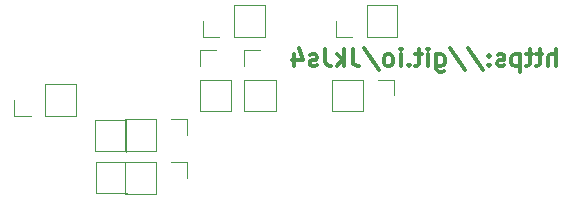
<source format=gbr>
%TF.GenerationSoftware,KiCad,Pcbnew,(5.1.7)-1*%
%TF.CreationDate,2020-11-23T23:27:49-06:00*%
%TF.ProjectId,3DP_HotEnd_Breakout,3344505f-486f-4744-956e-645f42726561,rev?*%
%TF.SameCoordinates,Original*%
%TF.FileFunction,Legend,Bot*%
%TF.FilePolarity,Positive*%
%FSLAX46Y46*%
G04 Gerber Fmt 4.6, Leading zero omitted, Abs format (unit mm)*
G04 Created by KiCad (PCBNEW (5.1.7)-1) date 2020-11-23 23:27:49*
%MOMM*%
%LPD*%
G01*
G04 APERTURE LIST*
%ADD10C,0.120000*%
%ADD11C,0.300000*%
G04 APERTURE END LIST*
D10*
X-16179800Y-11328400D02*
X-13512800Y-11328400D01*
X-16179800Y-8712200D02*
X-16179800Y-11328400D01*
X-13487400Y-8686800D02*
X-16154400Y-8686800D01*
X-13665200Y-11277600D02*
X-13665200Y-8661400D01*
X-16256000Y-7721600D02*
X-13589000Y-7721600D01*
X-16256000Y-5105400D02*
X-16256000Y-7721600D01*
X-13589000Y-5105400D02*
X-16256000Y-5105400D01*
X-13614400Y-7797800D02*
X-13614400Y-5181600D01*
X-17830800Y-4775200D02*
X-17830800Y-2108200D01*
X-20447000Y-4775200D02*
X-17830800Y-4775200D01*
X-20447000Y-2108200D02*
X-20447000Y-4775200D01*
X-17830800Y-2108200D02*
X-20447000Y-2108200D01*
X-23063200Y-4775200D02*
X-23063200Y-3429000D01*
X-21691600Y-4775200D02*
X-23063200Y-4775200D01*
X-7366000Y-4394200D02*
X-4699000Y-4394200D01*
X-7366000Y-1778000D02*
X-7366000Y-4394200D01*
X-4699000Y-1778000D02*
X-7366000Y-1778000D01*
X-4699000Y-4394200D02*
X-4699000Y-1778000D01*
X-7366000Y838200D02*
X-6019800Y838200D01*
X-7366000Y-533400D02*
X-7366000Y838200D01*
X-3581400Y-4394200D02*
X-914400Y-4394200D01*
X-3581400Y-1778000D02*
X-3581400Y-4394200D01*
X-914400Y-1778000D02*
X-3581400Y-1778000D01*
X-914400Y-4394200D02*
X-914400Y-1778000D01*
X-3581400Y838200D02*
X-2235200Y838200D01*
X-3581400Y-533400D02*
X-3581400Y838200D01*
X-13665200Y-8686800D02*
X-13665200Y-11353800D01*
X-11049000Y-8686800D02*
X-13665200Y-8686800D01*
X-11049000Y-11353800D02*
X-11049000Y-8686800D01*
X-13665200Y-11353800D02*
X-11049000Y-11353800D01*
X-8432800Y-8686800D02*
X-8432800Y-10033000D01*
X-9804400Y-8686800D02*
X-8432800Y-8686800D01*
X-13665200Y-5080000D02*
X-13665200Y-7747000D01*
X-11049000Y-5080000D02*
X-13665200Y-5080000D01*
X-11049000Y-7747000D02*
X-11049000Y-5080000D01*
X-13665200Y-7747000D02*
X-11049000Y-7747000D01*
X-8432800Y-5080000D02*
X-8432800Y-6426200D01*
X-9804400Y-5080000D02*
X-8432800Y-5080000D01*
X3860800Y-1701800D02*
X3860800Y-4368800D01*
X6477000Y-1701800D02*
X3860800Y-1701800D01*
X6477000Y-4368800D02*
X6477000Y-1701800D01*
X3860800Y-4368800D02*
X6477000Y-4368800D01*
X9093200Y-1701800D02*
X9093200Y-3048000D01*
X7721600Y-1701800D02*
X9093200Y-1701800D01*
X-1854200Y1930400D02*
X-1854200Y4597400D01*
X-4470400Y1930400D02*
X-1854200Y1930400D01*
X-1854200Y4597400D02*
X-4470400Y4597400D01*
X-7086600Y1930400D02*
X-7086600Y3276600D01*
X-4470400Y4597400D02*
X-4470400Y1930400D01*
X-5715000Y1930400D02*
X-7086600Y1930400D01*
X4140200Y1930400D02*
X4140200Y3276600D01*
X5511800Y1930400D02*
X4140200Y1930400D01*
X9372600Y1930400D02*
X9372600Y4597400D01*
X6756400Y1930400D02*
X9372600Y1930400D01*
X6756400Y4597400D02*
X6756400Y1930400D01*
X9372600Y4597400D02*
X6756400Y4597400D01*
D11*
X22791142Y-576971D02*
X22791142Y923028D01*
X22148285Y-576971D02*
X22148285Y208742D01*
X22219714Y351600D01*
X22362571Y423028D01*
X22576857Y423028D01*
X22719714Y351600D01*
X22791142Y280171D01*
X21648285Y423028D02*
X21076857Y423028D01*
X21434000Y923028D02*
X21434000Y-362685D01*
X21362571Y-505542D01*
X21219714Y-576971D01*
X21076857Y-576971D01*
X20791142Y423028D02*
X20219714Y423028D01*
X20576857Y923028D02*
X20576857Y-362685D01*
X20505428Y-505542D01*
X20362571Y-576971D01*
X20219714Y-576971D01*
X19719714Y423028D02*
X19719714Y-1076971D01*
X19719714Y351600D02*
X19576857Y423028D01*
X19291142Y423028D01*
X19148285Y351600D01*
X19076857Y280171D01*
X19005428Y137314D01*
X19005428Y-291257D01*
X19076857Y-434114D01*
X19148285Y-505542D01*
X19291142Y-576971D01*
X19576857Y-576971D01*
X19719714Y-505542D01*
X18433999Y-505542D02*
X18291142Y-576971D01*
X18005428Y-576971D01*
X17862571Y-505542D01*
X17791142Y-362685D01*
X17791142Y-291257D01*
X17862571Y-148400D01*
X18005428Y-76971D01*
X18219714Y-76971D01*
X18362571Y-5542D01*
X18433999Y137314D01*
X18433999Y208742D01*
X18362571Y351600D01*
X18219714Y423028D01*
X18005428Y423028D01*
X17862571Y351600D01*
X17148285Y-434114D02*
X17076857Y-505542D01*
X17148285Y-576971D01*
X17219714Y-505542D01*
X17148285Y-434114D01*
X17148285Y-576971D01*
X17148285Y351600D02*
X17076857Y280171D01*
X17148285Y208742D01*
X17219714Y280171D01*
X17148285Y351600D01*
X17148285Y208742D01*
X15362571Y994457D02*
X16648285Y-934114D01*
X13791142Y994457D02*
X15076857Y-934114D01*
X12648285Y423028D02*
X12648285Y-791257D01*
X12719714Y-934114D01*
X12791142Y-1005542D01*
X12934000Y-1076971D01*
X13148285Y-1076971D01*
X13291142Y-1005542D01*
X12648285Y-505542D02*
X12791142Y-576971D01*
X13076857Y-576971D01*
X13219714Y-505542D01*
X13291142Y-434114D01*
X13362571Y-291257D01*
X13362571Y137314D01*
X13291142Y280171D01*
X13219714Y351600D01*
X13076857Y423028D01*
X12791142Y423028D01*
X12648285Y351600D01*
X11934000Y-576971D02*
X11934000Y423028D01*
X11934000Y923028D02*
X12005428Y851600D01*
X11934000Y780171D01*
X11862571Y851600D01*
X11934000Y923028D01*
X11934000Y780171D01*
X11434000Y423028D02*
X10862571Y423028D01*
X11219714Y923028D02*
X11219714Y-362685D01*
X11148285Y-505542D01*
X11005428Y-576971D01*
X10862571Y-576971D01*
X10362571Y-434114D02*
X10291142Y-505542D01*
X10362571Y-576971D01*
X10434000Y-505542D01*
X10362571Y-434114D01*
X10362571Y-576971D01*
X9648285Y-576971D02*
X9648285Y423028D01*
X9648285Y923028D02*
X9719714Y851600D01*
X9648285Y780171D01*
X9576857Y851600D01*
X9648285Y923028D01*
X9648285Y780171D01*
X8719714Y-576971D02*
X8862571Y-505542D01*
X8934000Y-434114D01*
X9005428Y-291257D01*
X9005428Y137314D01*
X8934000Y280171D01*
X8862571Y351600D01*
X8719714Y423028D01*
X8505428Y423028D01*
X8362571Y351600D01*
X8291142Y280171D01*
X8219714Y137314D01*
X8219714Y-291257D01*
X8291142Y-434114D01*
X8362571Y-505542D01*
X8505428Y-576971D01*
X8719714Y-576971D01*
X6505428Y994457D02*
X7791142Y-934114D01*
X5576857Y923028D02*
X5576857Y-148400D01*
X5648285Y-362685D01*
X5791142Y-505542D01*
X6005428Y-576971D01*
X6148285Y-576971D01*
X4862571Y-576971D02*
X4862571Y923028D01*
X4719714Y-5542D02*
X4291142Y-576971D01*
X4291142Y423028D02*
X4862571Y-148400D01*
X3219714Y923028D02*
X3219714Y-148400D01*
X3291142Y-362685D01*
X3434000Y-505542D01*
X3648285Y-576971D01*
X3791142Y-576971D01*
X2576857Y-505542D02*
X2434000Y-576971D01*
X2148285Y-576971D01*
X2005428Y-505542D01*
X1934000Y-362685D01*
X1934000Y-291257D01*
X2005428Y-148400D01*
X2148285Y-76971D01*
X2362571Y-76971D01*
X2505428Y-5542D01*
X2576857Y137314D01*
X2576857Y208742D01*
X2505428Y351600D01*
X2362571Y423028D01*
X2148285Y423028D01*
X2005428Y351600D01*
X648285Y423028D02*
X648285Y-576971D01*
X1005428Y994457D02*
X1362571Y-76971D01*
X434000Y-76971D01*
M02*

</source>
